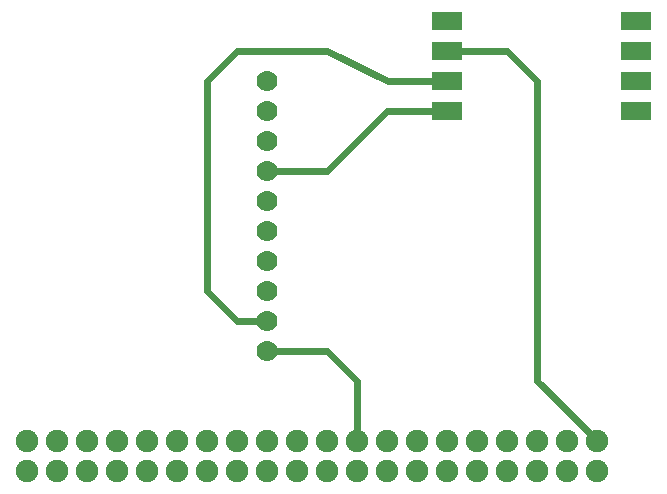
<source format=gtl>
G04 MADE WITH FRITZING*
G04 WWW.FRITZING.ORG*
G04 DOUBLE SIDED*
G04 HOLES PLATED*
G04 CONTOUR ON CENTER OF CONTOUR VECTOR*
%ASAXBY*%
%FSLAX23Y23*%
%MOIN*%
%OFA0B0*%
%SFA1.0B1.0*%
%ADD10C,0.070000*%
%ADD11C,0.075361*%
%ADD12R,0.100000X0.059842*%
%ADD13C,0.024000*%
%LNCOPPER1*%
G90*
G70*
G54D10*
X921Y1384D03*
X921Y1284D03*
X921Y1184D03*
X921Y1084D03*
X921Y984D03*
X921Y884D03*
X921Y784D03*
X921Y684D03*
X921Y584D03*
X921Y484D03*
G54D11*
X2021Y184D03*
X1921Y184D03*
X1821Y184D03*
X1721Y184D03*
X1621Y184D03*
X1521Y184D03*
X1421Y184D03*
X1321Y184D03*
X1221Y184D03*
X1121Y184D03*
X1021Y184D03*
X921Y184D03*
X821Y184D03*
X721Y184D03*
X621Y184D03*
X521Y184D03*
X421Y184D03*
X321Y184D03*
X221Y184D03*
X121Y184D03*
X121Y84D03*
X221Y84D03*
X321Y84D03*
X421Y84D03*
X521Y84D03*
X621Y84D03*
X721Y84D03*
X821Y84D03*
X921Y84D03*
X1021Y84D03*
X1121Y84D03*
X1221Y84D03*
X1321Y84D03*
X1421Y84D03*
X1521Y84D03*
X1621Y84D03*
X1721Y84D03*
X1821Y84D03*
X1921Y84D03*
X2021Y84D03*
G54D12*
X2151Y1584D03*
X2151Y1484D03*
X2151Y1384D03*
X2151Y1284D03*
X1521Y1584D03*
X1521Y1484D03*
X1521Y1384D03*
X1521Y1284D03*
G54D13*
X1999Y207D02*
X1822Y384D01*
D02*
X1822Y384D02*
X1822Y1385D01*
D02*
X1721Y1483D02*
X1566Y1484D01*
D02*
X1822Y1385D02*
X1721Y1483D01*
D02*
X1120Y1083D02*
X952Y1084D01*
D02*
X1321Y1285D02*
X1120Y1083D01*
D02*
X1477Y1284D02*
X1321Y1285D01*
D02*
X1120Y485D02*
X952Y484D01*
D02*
X1221Y216D02*
X1221Y384D01*
D02*
X1221Y384D02*
X1120Y485D01*
D02*
X821Y584D02*
X722Y684D01*
D02*
X1323Y1384D02*
X1477Y1384D01*
D02*
X1121Y1483D02*
X1323Y1384D01*
D02*
X722Y684D02*
X722Y1384D01*
D02*
X722Y1384D02*
X821Y1483D01*
D02*
X821Y1483D02*
X1121Y1483D01*
D02*
X891Y584D02*
X821Y584D01*
G04 End of Copper1*
M02*
</source>
